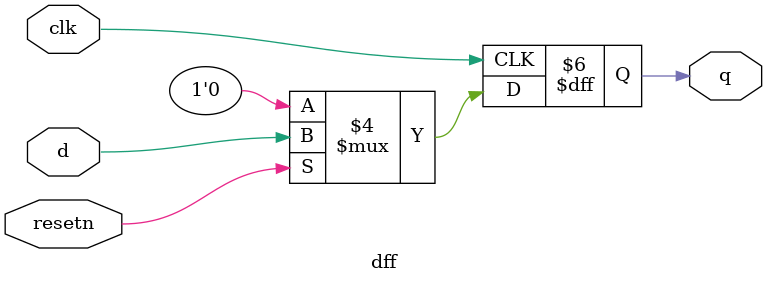
<source format=v>
module q5(i, o, clk, resetn);
	input i;
	input clk, resetn;
	output o;
	wire [4:0] c;

	dff s0(i, clk, resetn, c[0]);
	dff s1(c[0], clk, resetn, c[1]);
	dff s2(c[1], clk, resetn, c[2]);
	dff s3(c[2], clk, resetn, c[3]);
	dff s4(c[3], clk, resetn, c[4]);
	dff s5(c[4], clk, resetn, o);
endmodule
module dff(d, clk, resetn, q);
	input d, clk, resetn;
	output reg q;
	always @(posedge clk)
	begin
		if(!resetn)
			q <= 0;
		else
			q <= d;
	end
endmodule

</source>
